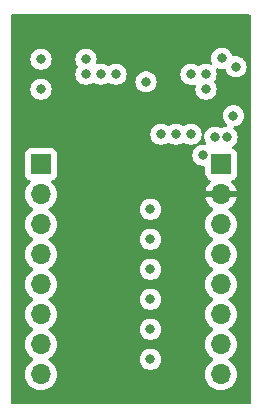
<source format=gbr>
%TF.GenerationSoftware,KiCad,Pcbnew,7.0.8*%
%TF.CreationDate,2023-10-11T21:25:33+02:00*%
%TF.ProjectId,test_sr,74657374-5f73-4722-9e6b-696361645f70,rev?*%
%TF.SameCoordinates,Original*%
%TF.FileFunction,Copper,L2,Inr*%
%TF.FilePolarity,Positive*%
%FSLAX46Y46*%
G04 Gerber Fmt 4.6, Leading zero omitted, Abs format (unit mm)*
G04 Created by KiCad (PCBNEW 7.0.8) date 2023-10-11 21:25:33*
%MOMM*%
%LPD*%
G01*
G04 APERTURE LIST*
%TA.AperFunction,ComponentPad*%
%ADD10R,1.700000X1.700000*%
%TD*%
%TA.AperFunction,ComponentPad*%
%ADD11O,1.700000X1.700000*%
%TD*%
%TA.AperFunction,ViaPad*%
%ADD12C,0.800000*%
%TD*%
G04 APERTURE END LIST*
D10*
%TO.N,/QA*%
%TO.C,J1*%
X45720000Y-55880000D03*
D11*
%TO.N,/QB*%
X45720000Y-58420000D03*
%TO.N,/QC*%
X45720000Y-60960000D03*
%TO.N,/QD*%
X45720000Y-63500000D03*
%TO.N,/QE*%
X45720000Y-66040000D03*
%TO.N,/QF*%
X45720000Y-68580000D03*
%TO.N,/QG*%
X45720000Y-71120000D03*
%TO.N,/QH*%
X45720000Y-73660000D03*
%TD*%
D10*
%TO.N,GND*%
%TO.C,J2*%
X60960000Y-55880000D03*
D11*
%TO.N,+3.3V*%
X60960000Y-58420000D03*
%TO.N,/SEROUT*%
X60960000Y-60960000D03*
%TO.N,/N_SR_CLR*%
X60960000Y-63500000D03*
%TO.N,/R_CLK*%
X60960000Y-66040000D03*
%TO.N,/SR_CLK*%
X60960000Y-68580000D03*
%TO.N,/N_OE*%
X60960000Y-71120000D03*
%TO.N,/SER*%
X60960000Y-73660000D03*
%TD*%
D12*
%TO.N,GND*%
X59436000Y-55118000D03*
X60452000Y-53594000D03*
X61468000Y-53594000D03*
%TO.N,+3.3V*%
X57112500Y-59690000D03*
X57949500Y-59690000D03*
X57949500Y-57150000D03*
X57112500Y-57150000D03*
X59436000Y-59690000D03*
X59436000Y-57150000D03*
X59436000Y-58420000D03*
X47244000Y-49530000D03*
X47244000Y-46990000D03*
%TO.N,/SEROUT*%
X61033149Y-46916850D03*
%TO.N,GND*%
X62230000Y-47625000D03*
X54990000Y-67310000D03*
X54990000Y-62230000D03*
X54990000Y-59690000D03*
X54990000Y-64770000D03*
X59690000Y-49530000D03*
X45720000Y-49530000D03*
X45720000Y-46990000D03*
X54990000Y-69850000D03*
X54990000Y-72390000D03*
%TO.N,+3.3V*%
X49530000Y-45720000D03*
%TO.N,/QA*%
X49530000Y-46990000D03*
%TO.N,/QB*%
X49530000Y-48260000D03*
%TO.N,/QC*%
X50800000Y-48260000D03*
%TO.N,/QD*%
X52070000Y-48260000D03*
%TO.N,/QE*%
X54610000Y-48895000D03*
%TO.N,/QF*%
X55880000Y-53340000D03*
%TO.N,/QG*%
X57150000Y-53340000D03*
%TO.N,/QH*%
X58420000Y-53340000D03*
%TO.N,/N_SR_CLR*%
X62020750Y-51771250D03*
%TO.N,/R_CLK*%
X59690000Y-48260000D03*
%TO.N,/N_OE*%
X58420000Y-48260000D03*
%TD*%
%TA.AperFunction,Conductor*%
%TO.N,+3.3V*%
G36*
X63442539Y-43200185D02*
G01*
X63488294Y-43252989D01*
X63499500Y-43304500D01*
X63499500Y-76075500D01*
X63479815Y-76142539D01*
X63427011Y-76188294D01*
X63375500Y-76199500D01*
X43304500Y-76199500D01*
X43237461Y-76179815D01*
X43191706Y-76127011D01*
X43180500Y-76075500D01*
X43180500Y-73660000D01*
X44364341Y-73660000D01*
X44384936Y-73895403D01*
X44384938Y-73895413D01*
X44446094Y-74123655D01*
X44446096Y-74123659D01*
X44446097Y-74123663D01*
X44545965Y-74337830D01*
X44545967Y-74337834D01*
X44654281Y-74492521D01*
X44681505Y-74531401D01*
X44848599Y-74698495D01*
X44945384Y-74766265D01*
X45042165Y-74834032D01*
X45042167Y-74834033D01*
X45042170Y-74834035D01*
X45256337Y-74933903D01*
X45484592Y-74995063D01*
X45672918Y-75011539D01*
X45719999Y-75015659D01*
X45720000Y-75015659D01*
X45720001Y-75015659D01*
X45759234Y-75012226D01*
X45955408Y-74995063D01*
X46183663Y-74933903D01*
X46397830Y-74834035D01*
X46591401Y-74698495D01*
X46758495Y-74531401D01*
X46894035Y-74337830D01*
X46993903Y-74123663D01*
X47055063Y-73895408D01*
X47075659Y-73660000D01*
X47055063Y-73424592D01*
X46993903Y-73196337D01*
X46894035Y-72982171D01*
X46852055Y-72922216D01*
X46758494Y-72788597D01*
X46591402Y-72621506D01*
X46591396Y-72621501D01*
X46405842Y-72491575D01*
X46362217Y-72436998D01*
X46357352Y-72390000D01*
X54084540Y-72390000D01*
X54104326Y-72578256D01*
X54104327Y-72578259D01*
X54162818Y-72758277D01*
X54162821Y-72758284D01*
X54257467Y-72922216D01*
X54311451Y-72982171D01*
X54384129Y-73062888D01*
X54537265Y-73174148D01*
X54537270Y-73174151D01*
X54710192Y-73251142D01*
X54710197Y-73251144D01*
X54895354Y-73290500D01*
X54895355Y-73290500D01*
X55084644Y-73290500D01*
X55084646Y-73290500D01*
X55269803Y-73251144D01*
X55442730Y-73174151D01*
X55595871Y-73062888D01*
X55722533Y-72922216D01*
X55817179Y-72758284D01*
X55875674Y-72578256D01*
X55895460Y-72390000D01*
X55875674Y-72201744D01*
X55817179Y-72021716D01*
X55722533Y-71857784D01*
X55595871Y-71717112D01*
X55595870Y-71717111D01*
X55442734Y-71605851D01*
X55442729Y-71605848D01*
X55269807Y-71528857D01*
X55269802Y-71528855D01*
X55124001Y-71497865D01*
X55084646Y-71489500D01*
X54895354Y-71489500D01*
X54862897Y-71496398D01*
X54710197Y-71528855D01*
X54710192Y-71528857D01*
X54537270Y-71605848D01*
X54537265Y-71605851D01*
X54384129Y-71717111D01*
X54257466Y-71857785D01*
X54162821Y-72021715D01*
X54162818Y-72021722D01*
X54104327Y-72201740D01*
X54104326Y-72201744D01*
X54084540Y-72390000D01*
X46357352Y-72390000D01*
X46355023Y-72367500D01*
X46386546Y-72305145D01*
X46405842Y-72288425D01*
X46529635Y-72201744D01*
X46591401Y-72158495D01*
X46758495Y-71991401D01*
X46894035Y-71797830D01*
X46993903Y-71583663D01*
X47055063Y-71355408D01*
X47075659Y-71120000D01*
X47055063Y-70884592D01*
X46993903Y-70656337D01*
X46894035Y-70442171D01*
X46852055Y-70382216D01*
X46758494Y-70248597D01*
X46591402Y-70081506D01*
X46591396Y-70081501D01*
X46405842Y-69951575D01*
X46362217Y-69896998D01*
X46357352Y-69850000D01*
X54084540Y-69850000D01*
X54104326Y-70038256D01*
X54104327Y-70038259D01*
X54162818Y-70218277D01*
X54162821Y-70218284D01*
X54257467Y-70382216D01*
X54311451Y-70442171D01*
X54384129Y-70522888D01*
X54537265Y-70634148D01*
X54537270Y-70634151D01*
X54710192Y-70711142D01*
X54710197Y-70711144D01*
X54895354Y-70750500D01*
X54895355Y-70750500D01*
X55084644Y-70750500D01*
X55084646Y-70750500D01*
X55269803Y-70711144D01*
X55442730Y-70634151D01*
X55595871Y-70522888D01*
X55722533Y-70382216D01*
X55817179Y-70218284D01*
X55875674Y-70038256D01*
X55895460Y-69850000D01*
X55875674Y-69661744D01*
X55817179Y-69481716D01*
X55722533Y-69317784D01*
X55595871Y-69177112D01*
X55595870Y-69177111D01*
X55442734Y-69065851D01*
X55442729Y-69065848D01*
X55269807Y-68988857D01*
X55269802Y-68988855D01*
X55124001Y-68957865D01*
X55084646Y-68949500D01*
X54895354Y-68949500D01*
X54862897Y-68956398D01*
X54710197Y-68988855D01*
X54710192Y-68988857D01*
X54537270Y-69065848D01*
X54537265Y-69065851D01*
X54384129Y-69177111D01*
X54257466Y-69317785D01*
X54162821Y-69481715D01*
X54162818Y-69481722D01*
X54104327Y-69661740D01*
X54104326Y-69661744D01*
X54084540Y-69850000D01*
X46357352Y-69850000D01*
X46355023Y-69827500D01*
X46386546Y-69765145D01*
X46405842Y-69748425D01*
X46529635Y-69661744D01*
X46591401Y-69618495D01*
X46758495Y-69451401D01*
X46894035Y-69257830D01*
X46993903Y-69043663D01*
X47055063Y-68815408D01*
X47075659Y-68580000D01*
X47055063Y-68344592D01*
X46993903Y-68116337D01*
X46894035Y-67902171D01*
X46852055Y-67842216D01*
X46758494Y-67708597D01*
X46591402Y-67541506D01*
X46591396Y-67541501D01*
X46405842Y-67411575D01*
X46362217Y-67356998D01*
X46357352Y-67310000D01*
X54084540Y-67310000D01*
X54104326Y-67498256D01*
X54104327Y-67498259D01*
X54162818Y-67678277D01*
X54162821Y-67678284D01*
X54257467Y-67842216D01*
X54311451Y-67902171D01*
X54384129Y-67982888D01*
X54537265Y-68094148D01*
X54537270Y-68094151D01*
X54710192Y-68171142D01*
X54710197Y-68171144D01*
X54895354Y-68210500D01*
X54895355Y-68210500D01*
X55084644Y-68210500D01*
X55084646Y-68210500D01*
X55269803Y-68171144D01*
X55442730Y-68094151D01*
X55595871Y-67982888D01*
X55722533Y-67842216D01*
X55817179Y-67678284D01*
X55875674Y-67498256D01*
X55895460Y-67310000D01*
X55875674Y-67121744D01*
X55817179Y-66941716D01*
X55722533Y-66777784D01*
X55595871Y-66637112D01*
X55595870Y-66637111D01*
X55442734Y-66525851D01*
X55442729Y-66525848D01*
X55269807Y-66448857D01*
X55269802Y-66448855D01*
X55124001Y-66417865D01*
X55084646Y-66409500D01*
X54895354Y-66409500D01*
X54862897Y-66416398D01*
X54710197Y-66448855D01*
X54710192Y-66448857D01*
X54537270Y-66525848D01*
X54537265Y-66525851D01*
X54384129Y-66637111D01*
X54257466Y-66777785D01*
X54162821Y-66941715D01*
X54162818Y-66941722D01*
X54104327Y-67121740D01*
X54104326Y-67121744D01*
X54084540Y-67310000D01*
X46357352Y-67310000D01*
X46355023Y-67287500D01*
X46386546Y-67225145D01*
X46405842Y-67208425D01*
X46529635Y-67121744D01*
X46591401Y-67078495D01*
X46758495Y-66911401D01*
X46894035Y-66717830D01*
X46993903Y-66503663D01*
X47055063Y-66275408D01*
X47075659Y-66040000D01*
X47055063Y-65804592D01*
X46993903Y-65576337D01*
X46894035Y-65362171D01*
X46852055Y-65302216D01*
X46758494Y-65168597D01*
X46591402Y-65001506D01*
X46591396Y-65001501D01*
X46405842Y-64871575D01*
X46362217Y-64816998D01*
X46357352Y-64770000D01*
X54084540Y-64770000D01*
X54104326Y-64958256D01*
X54104327Y-64958259D01*
X54162818Y-65138277D01*
X54162821Y-65138284D01*
X54257467Y-65302216D01*
X54311451Y-65362171D01*
X54384129Y-65442888D01*
X54537265Y-65554148D01*
X54537270Y-65554151D01*
X54710192Y-65631142D01*
X54710197Y-65631144D01*
X54895354Y-65670500D01*
X54895355Y-65670500D01*
X55084644Y-65670500D01*
X55084646Y-65670500D01*
X55269803Y-65631144D01*
X55442730Y-65554151D01*
X55595871Y-65442888D01*
X55722533Y-65302216D01*
X55817179Y-65138284D01*
X55875674Y-64958256D01*
X55895460Y-64770000D01*
X55875674Y-64581744D01*
X55817179Y-64401716D01*
X55722533Y-64237784D01*
X55595871Y-64097112D01*
X55595870Y-64097111D01*
X55442734Y-63985851D01*
X55442729Y-63985848D01*
X55269807Y-63908857D01*
X55269802Y-63908855D01*
X55124001Y-63877865D01*
X55084646Y-63869500D01*
X54895354Y-63869500D01*
X54862897Y-63876398D01*
X54710197Y-63908855D01*
X54710192Y-63908857D01*
X54537270Y-63985848D01*
X54537265Y-63985851D01*
X54384129Y-64097111D01*
X54257466Y-64237785D01*
X54162821Y-64401715D01*
X54162818Y-64401722D01*
X54104327Y-64581740D01*
X54104326Y-64581744D01*
X54084540Y-64770000D01*
X46357352Y-64770000D01*
X46355023Y-64747500D01*
X46386546Y-64685145D01*
X46405842Y-64668425D01*
X46529635Y-64581744D01*
X46591401Y-64538495D01*
X46758495Y-64371401D01*
X46894035Y-64177830D01*
X46993903Y-63963663D01*
X47055063Y-63735408D01*
X47075659Y-63500000D01*
X47055063Y-63264592D01*
X46993903Y-63036337D01*
X46894035Y-62822171D01*
X46852055Y-62762216D01*
X46758494Y-62628597D01*
X46591402Y-62461506D01*
X46591396Y-62461501D01*
X46405842Y-62331575D01*
X46362217Y-62276998D01*
X46357352Y-62230000D01*
X54084540Y-62230000D01*
X54104326Y-62418256D01*
X54104327Y-62418259D01*
X54162818Y-62598277D01*
X54162821Y-62598284D01*
X54257467Y-62762216D01*
X54311451Y-62822171D01*
X54384129Y-62902888D01*
X54537265Y-63014148D01*
X54537270Y-63014151D01*
X54710192Y-63091142D01*
X54710197Y-63091144D01*
X54895354Y-63130500D01*
X54895355Y-63130500D01*
X55084644Y-63130500D01*
X55084646Y-63130500D01*
X55269803Y-63091144D01*
X55442730Y-63014151D01*
X55595871Y-62902888D01*
X55722533Y-62762216D01*
X55817179Y-62598284D01*
X55875674Y-62418256D01*
X55895460Y-62230000D01*
X55875674Y-62041744D01*
X55817179Y-61861716D01*
X55722533Y-61697784D01*
X55595871Y-61557112D01*
X55595870Y-61557111D01*
X55442734Y-61445851D01*
X55442729Y-61445848D01*
X55269807Y-61368857D01*
X55269802Y-61368855D01*
X55124001Y-61337865D01*
X55084646Y-61329500D01*
X54895354Y-61329500D01*
X54862897Y-61336398D01*
X54710197Y-61368855D01*
X54710192Y-61368857D01*
X54537270Y-61445848D01*
X54537265Y-61445851D01*
X54384129Y-61557111D01*
X54257466Y-61697785D01*
X54162821Y-61861715D01*
X54162818Y-61861722D01*
X54104327Y-62041740D01*
X54104326Y-62041744D01*
X54084540Y-62230000D01*
X46357352Y-62230000D01*
X46355023Y-62207500D01*
X46386546Y-62145145D01*
X46405842Y-62128425D01*
X46529635Y-62041744D01*
X46591401Y-61998495D01*
X46758495Y-61831401D01*
X46894035Y-61637830D01*
X46993903Y-61423663D01*
X47055063Y-61195408D01*
X47075659Y-60960000D01*
X47055063Y-60724592D01*
X46993903Y-60496337D01*
X46894035Y-60282171D01*
X46852055Y-60222216D01*
X46758494Y-60088597D01*
X46591402Y-59921506D01*
X46591396Y-59921501D01*
X46405842Y-59791575D01*
X46362217Y-59736998D01*
X46357352Y-59690000D01*
X54084540Y-59690000D01*
X54104326Y-59878256D01*
X54104327Y-59878259D01*
X54162818Y-60058277D01*
X54162821Y-60058284D01*
X54257467Y-60222216D01*
X54311451Y-60282171D01*
X54384129Y-60362888D01*
X54537265Y-60474148D01*
X54537270Y-60474151D01*
X54710192Y-60551142D01*
X54710197Y-60551144D01*
X54895354Y-60590500D01*
X54895355Y-60590500D01*
X55084644Y-60590500D01*
X55084646Y-60590500D01*
X55269803Y-60551144D01*
X55442730Y-60474151D01*
X55595871Y-60362888D01*
X55722533Y-60222216D01*
X55817179Y-60058284D01*
X55875674Y-59878256D01*
X55895460Y-59690000D01*
X55875674Y-59501744D01*
X55817179Y-59321716D01*
X55722533Y-59157784D01*
X55595871Y-59017112D01*
X55595870Y-59017111D01*
X55442734Y-58905851D01*
X55442729Y-58905848D01*
X55269807Y-58828857D01*
X55269802Y-58828855D01*
X55124001Y-58797865D01*
X55084646Y-58789500D01*
X54895354Y-58789500D01*
X54862897Y-58796398D01*
X54710197Y-58828855D01*
X54710192Y-58828857D01*
X54537270Y-58905848D01*
X54537265Y-58905851D01*
X54384129Y-59017111D01*
X54257466Y-59157785D01*
X54162821Y-59321715D01*
X54162818Y-59321722D01*
X54104327Y-59501740D01*
X54104326Y-59501744D01*
X54084540Y-59690000D01*
X46357352Y-59690000D01*
X46355023Y-59667500D01*
X46386546Y-59605145D01*
X46405842Y-59588425D01*
X46529635Y-59501744D01*
X46591401Y-59458495D01*
X46758495Y-59291401D01*
X46894035Y-59097830D01*
X46993903Y-58883663D01*
X47055063Y-58655408D01*
X47075659Y-58420000D01*
X47055063Y-58184592D01*
X46993903Y-57956337D01*
X46894035Y-57742171D01*
X46758495Y-57548599D01*
X46636567Y-57426671D01*
X46603084Y-57365351D01*
X46608068Y-57295659D01*
X46649939Y-57239725D01*
X46680915Y-57222810D01*
X46812331Y-57173796D01*
X46927546Y-57087546D01*
X47013796Y-56972331D01*
X47064091Y-56837483D01*
X47070500Y-56777873D01*
X47070499Y-55118000D01*
X58530540Y-55118000D01*
X58550326Y-55306256D01*
X58550327Y-55306259D01*
X58608818Y-55486277D01*
X58608821Y-55486284D01*
X58703467Y-55650216D01*
X58830129Y-55790888D01*
X58983265Y-55902148D01*
X58983270Y-55902151D01*
X59156192Y-55979142D01*
X59156197Y-55979144D01*
X59341354Y-56018500D01*
X59341355Y-56018500D01*
X59485500Y-56018500D01*
X59552539Y-56038185D01*
X59598294Y-56090989D01*
X59609500Y-56142500D01*
X59609500Y-56777870D01*
X59609501Y-56777876D01*
X59615908Y-56837483D01*
X59666202Y-56972328D01*
X59666206Y-56972335D01*
X59752452Y-57087544D01*
X59752455Y-57087547D01*
X59867664Y-57173793D01*
X59867671Y-57173797D01*
X59867674Y-57173798D01*
X59999598Y-57223002D01*
X60055531Y-57264873D01*
X60079949Y-57330337D01*
X60065098Y-57398610D01*
X60043947Y-57426865D01*
X59921886Y-57548926D01*
X59786400Y-57742420D01*
X59786399Y-57742422D01*
X59686570Y-57956507D01*
X59686567Y-57956513D01*
X59629364Y-58169999D01*
X59629364Y-58170000D01*
X60526314Y-58170000D01*
X60500507Y-58210156D01*
X60460000Y-58348111D01*
X60460000Y-58491889D01*
X60500507Y-58629844D01*
X60526314Y-58670000D01*
X59629364Y-58670000D01*
X59686567Y-58883486D01*
X59686570Y-58883492D01*
X59786399Y-59097578D01*
X59921894Y-59291082D01*
X60088917Y-59458105D01*
X60274595Y-59588119D01*
X60318219Y-59642696D01*
X60325412Y-59712195D01*
X60293890Y-59774549D01*
X60274595Y-59791269D01*
X60088594Y-59921508D01*
X59921505Y-60088597D01*
X59785965Y-60282169D01*
X59785964Y-60282171D01*
X59686098Y-60496335D01*
X59686094Y-60496344D01*
X59624938Y-60724586D01*
X59624936Y-60724596D01*
X59604341Y-60959999D01*
X59604341Y-60960000D01*
X59624936Y-61195403D01*
X59624938Y-61195413D01*
X59686094Y-61423655D01*
X59686096Y-61423659D01*
X59686097Y-61423663D01*
X59785965Y-61637830D01*
X59785967Y-61637834D01*
X59921501Y-61831395D01*
X59921506Y-61831402D01*
X60088597Y-61998493D01*
X60088603Y-61998498D01*
X60274158Y-62128425D01*
X60317783Y-62183002D01*
X60324977Y-62252500D01*
X60293454Y-62314855D01*
X60274158Y-62331575D01*
X60088597Y-62461505D01*
X59921505Y-62628597D01*
X59785965Y-62822169D01*
X59785964Y-62822171D01*
X59686098Y-63036335D01*
X59686094Y-63036344D01*
X59624938Y-63264586D01*
X59624936Y-63264596D01*
X59604341Y-63499999D01*
X59604341Y-63500000D01*
X59624936Y-63735403D01*
X59624938Y-63735413D01*
X59686094Y-63963655D01*
X59686096Y-63963659D01*
X59686097Y-63963663D01*
X59785965Y-64177830D01*
X59785967Y-64177834D01*
X59921501Y-64371395D01*
X59921506Y-64371402D01*
X60088597Y-64538493D01*
X60088603Y-64538498D01*
X60274158Y-64668425D01*
X60317783Y-64723002D01*
X60324977Y-64792500D01*
X60293454Y-64854855D01*
X60274158Y-64871575D01*
X60088597Y-65001505D01*
X59921505Y-65168597D01*
X59785965Y-65362169D01*
X59785964Y-65362171D01*
X59686098Y-65576335D01*
X59686094Y-65576344D01*
X59624938Y-65804586D01*
X59624936Y-65804596D01*
X59604341Y-66039999D01*
X59604341Y-66040000D01*
X59624936Y-66275403D01*
X59624938Y-66275413D01*
X59686094Y-66503655D01*
X59686096Y-66503659D01*
X59686097Y-66503663D01*
X59785965Y-66717830D01*
X59785967Y-66717834D01*
X59921501Y-66911395D01*
X59921506Y-66911402D01*
X60088597Y-67078493D01*
X60088603Y-67078498D01*
X60274158Y-67208425D01*
X60317783Y-67263002D01*
X60324977Y-67332500D01*
X60293454Y-67394855D01*
X60274158Y-67411575D01*
X60088597Y-67541505D01*
X59921505Y-67708597D01*
X59785965Y-67902169D01*
X59785964Y-67902171D01*
X59686098Y-68116335D01*
X59686094Y-68116344D01*
X59624938Y-68344586D01*
X59624936Y-68344596D01*
X59604341Y-68579999D01*
X59604341Y-68580000D01*
X59624936Y-68815403D01*
X59624938Y-68815413D01*
X59686094Y-69043655D01*
X59686096Y-69043659D01*
X59686097Y-69043663D01*
X59785965Y-69257830D01*
X59785967Y-69257834D01*
X59921501Y-69451395D01*
X59921506Y-69451402D01*
X60088597Y-69618493D01*
X60088603Y-69618498D01*
X60274158Y-69748425D01*
X60317783Y-69803002D01*
X60324977Y-69872500D01*
X60293454Y-69934855D01*
X60274158Y-69951575D01*
X60088597Y-70081505D01*
X59921505Y-70248597D01*
X59785965Y-70442169D01*
X59785964Y-70442171D01*
X59686098Y-70656335D01*
X59686094Y-70656344D01*
X59624938Y-70884586D01*
X59624936Y-70884596D01*
X59604341Y-71119999D01*
X59604341Y-71120000D01*
X59624936Y-71355403D01*
X59624938Y-71355413D01*
X59686094Y-71583655D01*
X59686096Y-71583659D01*
X59686097Y-71583663D01*
X59785965Y-71797830D01*
X59785967Y-71797834D01*
X59921501Y-71991395D01*
X59921506Y-71991402D01*
X60088597Y-72158493D01*
X60088603Y-72158498D01*
X60274158Y-72288425D01*
X60317783Y-72343002D01*
X60324977Y-72412500D01*
X60293454Y-72474855D01*
X60274158Y-72491575D01*
X60088597Y-72621505D01*
X59921505Y-72788597D01*
X59785965Y-72982169D01*
X59785964Y-72982171D01*
X59686098Y-73196335D01*
X59686094Y-73196344D01*
X59624938Y-73424586D01*
X59624936Y-73424596D01*
X59604341Y-73659999D01*
X59604341Y-73660000D01*
X59624936Y-73895403D01*
X59624938Y-73895413D01*
X59686094Y-74123655D01*
X59686096Y-74123659D01*
X59686097Y-74123663D01*
X59785965Y-74337830D01*
X59785967Y-74337834D01*
X59894281Y-74492521D01*
X59921505Y-74531401D01*
X60088599Y-74698495D01*
X60185384Y-74766265D01*
X60282165Y-74834032D01*
X60282167Y-74834033D01*
X60282170Y-74834035D01*
X60496337Y-74933903D01*
X60724592Y-74995063D01*
X60912918Y-75011539D01*
X60959999Y-75015659D01*
X60960000Y-75015659D01*
X60960001Y-75015659D01*
X60999234Y-75012226D01*
X61195408Y-74995063D01*
X61423663Y-74933903D01*
X61637830Y-74834035D01*
X61831401Y-74698495D01*
X61998495Y-74531401D01*
X62134035Y-74337830D01*
X62233903Y-74123663D01*
X62295063Y-73895408D01*
X62315659Y-73660000D01*
X62295063Y-73424592D01*
X62233903Y-73196337D01*
X62134035Y-72982171D01*
X62092055Y-72922216D01*
X61998494Y-72788597D01*
X61831402Y-72621506D01*
X61831396Y-72621501D01*
X61645842Y-72491575D01*
X61602217Y-72436998D01*
X61595023Y-72367500D01*
X61626546Y-72305145D01*
X61645842Y-72288425D01*
X61769635Y-72201744D01*
X61831401Y-72158495D01*
X61998495Y-71991401D01*
X62134035Y-71797830D01*
X62233903Y-71583663D01*
X62295063Y-71355408D01*
X62315659Y-71120000D01*
X62295063Y-70884592D01*
X62233903Y-70656337D01*
X62134035Y-70442171D01*
X62092055Y-70382216D01*
X61998494Y-70248597D01*
X61831402Y-70081506D01*
X61831396Y-70081501D01*
X61645842Y-69951575D01*
X61602217Y-69896998D01*
X61595023Y-69827500D01*
X61626546Y-69765145D01*
X61645842Y-69748425D01*
X61769635Y-69661744D01*
X61831401Y-69618495D01*
X61998495Y-69451401D01*
X62134035Y-69257830D01*
X62233903Y-69043663D01*
X62295063Y-68815408D01*
X62315659Y-68580000D01*
X62295063Y-68344592D01*
X62233903Y-68116337D01*
X62134035Y-67902171D01*
X62092055Y-67842216D01*
X61998494Y-67708597D01*
X61831402Y-67541506D01*
X61831396Y-67541501D01*
X61645842Y-67411575D01*
X61602217Y-67356998D01*
X61595023Y-67287500D01*
X61626546Y-67225145D01*
X61645842Y-67208425D01*
X61769635Y-67121744D01*
X61831401Y-67078495D01*
X61998495Y-66911401D01*
X62134035Y-66717830D01*
X62233903Y-66503663D01*
X62295063Y-66275408D01*
X62315659Y-66040000D01*
X62295063Y-65804592D01*
X62233903Y-65576337D01*
X62134035Y-65362171D01*
X62092055Y-65302216D01*
X61998494Y-65168597D01*
X61831402Y-65001506D01*
X61831396Y-65001501D01*
X61645842Y-64871575D01*
X61602217Y-64816998D01*
X61595023Y-64747500D01*
X61626546Y-64685145D01*
X61645842Y-64668425D01*
X61769635Y-64581744D01*
X61831401Y-64538495D01*
X61998495Y-64371401D01*
X62134035Y-64177830D01*
X62233903Y-63963663D01*
X62295063Y-63735408D01*
X62315659Y-63500000D01*
X62295063Y-63264592D01*
X62233903Y-63036337D01*
X62134035Y-62822171D01*
X62092055Y-62762216D01*
X61998494Y-62628597D01*
X61831402Y-62461506D01*
X61831396Y-62461501D01*
X61645842Y-62331575D01*
X61602217Y-62276998D01*
X61595023Y-62207500D01*
X61626546Y-62145145D01*
X61645842Y-62128425D01*
X61769635Y-62041744D01*
X61831401Y-61998495D01*
X61998495Y-61831401D01*
X62134035Y-61637830D01*
X62233903Y-61423663D01*
X62295063Y-61195408D01*
X62315659Y-60960000D01*
X62295063Y-60724592D01*
X62233903Y-60496337D01*
X62134035Y-60282171D01*
X62092055Y-60222216D01*
X61998494Y-60088597D01*
X61831402Y-59921506D01*
X61831401Y-59921505D01*
X61645405Y-59791269D01*
X61601781Y-59736692D01*
X61594588Y-59667193D01*
X61626110Y-59604839D01*
X61645405Y-59588119D01*
X61831082Y-59458105D01*
X61998105Y-59291082D01*
X62133600Y-59097578D01*
X62233429Y-58883492D01*
X62233432Y-58883486D01*
X62290636Y-58670000D01*
X61393686Y-58670000D01*
X61419493Y-58629844D01*
X61460000Y-58491889D01*
X61460000Y-58348111D01*
X61419493Y-58210156D01*
X61393686Y-58170000D01*
X62290636Y-58170000D01*
X62290635Y-58169999D01*
X62233432Y-57956513D01*
X62233429Y-57956507D01*
X62133600Y-57742422D01*
X62133599Y-57742420D01*
X61998113Y-57548926D01*
X61998108Y-57548920D01*
X61876053Y-57426865D01*
X61842568Y-57365542D01*
X61847552Y-57295850D01*
X61889424Y-57239917D01*
X61920400Y-57223002D01*
X62052331Y-57173796D01*
X62167546Y-57087546D01*
X62253796Y-56972331D01*
X62304091Y-56837483D01*
X62310500Y-56777873D01*
X62310499Y-54982128D01*
X62304091Y-54922517D01*
X62253796Y-54787669D01*
X62253795Y-54787668D01*
X62253793Y-54787664D01*
X62167547Y-54672455D01*
X62167544Y-54672452D01*
X62052335Y-54586206D01*
X62052329Y-54586203D01*
X61992581Y-54563918D01*
X61936648Y-54522046D01*
X61912231Y-54456582D01*
X61927083Y-54388309D01*
X61963029Y-54347419D01*
X62073871Y-54266888D01*
X62200533Y-54126216D01*
X62295179Y-53962284D01*
X62353674Y-53782256D01*
X62373460Y-53594000D01*
X62353674Y-53405744D01*
X62295179Y-53225716D01*
X62200533Y-53061784D01*
X62073871Y-52921112D01*
X62039401Y-52896068D01*
X61996735Y-52840738D01*
X61990756Y-52771125D01*
X62023362Y-52709330D01*
X62084200Y-52674973D01*
X62112286Y-52671750D01*
X62115394Y-52671750D01*
X62115396Y-52671750D01*
X62300553Y-52632394D01*
X62473480Y-52555401D01*
X62626621Y-52444138D01*
X62753283Y-52303466D01*
X62847929Y-52139534D01*
X62906424Y-51959506D01*
X62926210Y-51771250D01*
X62906424Y-51582994D01*
X62847929Y-51402966D01*
X62753283Y-51239034D01*
X62626621Y-51098362D01*
X62626620Y-51098361D01*
X62473484Y-50987101D01*
X62473479Y-50987098D01*
X62300557Y-50910107D01*
X62300552Y-50910105D01*
X62154751Y-50879115D01*
X62115396Y-50870750D01*
X61926104Y-50870750D01*
X61893647Y-50877648D01*
X61740947Y-50910105D01*
X61740942Y-50910107D01*
X61568020Y-50987098D01*
X61568015Y-50987101D01*
X61414879Y-51098361D01*
X61288216Y-51239035D01*
X61193571Y-51402965D01*
X61193568Y-51402972D01*
X61135077Y-51582990D01*
X61135076Y-51582994D01*
X61115290Y-51771250D01*
X61135076Y-51959506D01*
X61135077Y-51959509D01*
X61193568Y-52139527D01*
X61193571Y-52139534D01*
X61288217Y-52303466D01*
X61410703Y-52439500D01*
X61414879Y-52444138D01*
X61449349Y-52469182D01*
X61492015Y-52524512D01*
X61497994Y-52594125D01*
X61465388Y-52655920D01*
X61404550Y-52690277D01*
X61376464Y-52693500D01*
X61373354Y-52693500D01*
X61345305Y-52699462D01*
X61188197Y-52732855D01*
X61188192Y-52732857D01*
X61010436Y-52812001D01*
X60941186Y-52821286D01*
X60909564Y-52812001D01*
X60731807Y-52732857D01*
X60731802Y-52732855D01*
X60574695Y-52699462D01*
X60546646Y-52693500D01*
X60357354Y-52693500D01*
X60329305Y-52699462D01*
X60172197Y-52732855D01*
X60172192Y-52732857D01*
X59999270Y-52809848D01*
X59999265Y-52809851D01*
X59846129Y-52921111D01*
X59719466Y-53061785D01*
X59624821Y-53225715D01*
X59624819Y-53225719D01*
X59564648Y-53410906D01*
X59525210Y-53468581D01*
X59508010Y-53475849D01*
X59531469Y-53497379D01*
X59549231Y-53564953D01*
X59548603Y-53574368D01*
X59546540Y-53594000D01*
X59566326Y-53782256D01*
X59566327Y-53782259D01*
X59624818Y-53962277D01*
X59624820Y-53962282D01*
X59666702Y-54034825D01*
X59683173Y-54102726D01*
X59660321Y-54168752D01*
X59605399Y-54211942D01*
X59535845Y-54218583D01*
X59533609Y-54218129D01*
X59530646Y-54217500D01*
X59341354Y-54217500D01*
X59291375Y-54228123D01*
X59156199Y-54256855D01*
X59030142Y-54312980D01*
X58978142Y-54319951D01*
X58956601Y-54352780D01*
X58949179Y-54358617D01*
X58830127Y-54445113D01*
X58703466Y-54585785D01*
X58608821Y-54749715D01*
X58608818Y-54749722D01*
X58552674Y-54922517D01*
X58550326Y-54929744D01*
X58530540Y-55118000D01*
X47070499Y-55118000D01*
X47070499Y-54982128D01*
X47064091Y-54922517D01*
X47013796Y-54787669D01*
X47013795Y-54787668D01*
X47013793Y-54787664D01*
X46927547Y-54672455D01*
X46927544Y-54672452D01*
X46812335Y-54586206D01*
X46812328Y-54586202D01*
X46677482Y-54535908D01*
X46677483Y-54535908D01*
X46617883Y-54529501D01*
X46617881Y-54529500D01*
X46617873Y-54529500D01*
X46617864Y-54529500D01*
X44822129Y-54529500D01*
X44822123Y-54529501D01*
X44762516Y-54535908D01*
X44627671Y-54586202D01*
X44627664Y-54586206D01*
X44512455Y-54672452D01*
X44512452Y-54672455D01*
X44426206Y-54787664D01*
X44426202Y-54787671D01*
X44375908Y-54922517D01*
X44369501Y-54982116D01*
X44369501Y-54982123D01*
X44369500Y-54982135D01*
X44369500Y-56777870D01*
X44369501Y-56777876D01*
X44375908Y-56837483D01*
X44426202Y-56972328D01*
X44426206Y-56972335D01*
X44512452Y-57087544D01*
X44512455Y-57087547D01*
X44627664Y-57173793D01*
X44627671Y-57173797D01*
X44759081Y-57222810D01*
X44815015Y-57264681D01*
X44839432Y-57330145D01*
X44824580Y-57398418D01*
X44803430Y-57426673D01*
X44681503Y-57548600D01*
X44545965Y-57742169D01*
X44545964Y-57742171D01*
X44446098Y-57956335D01*
X44446094Y-57956344D01*
X44384938Y-58184586D01*
X44384936Y-58184596D01*
X44364341Y-58419999D01*
X44364341Y-58420000D01*
X44384936Y-58655403D01*
X44384938Y-58655413D01*
X44446094Y-58883655D01*
X44446096Y-58883659D01*
X44446097Y-58883663D01*
X44545847Y-59097578D01*
X44545965Y-59097830D01*
X44545967Y-59097834D01*
X44681501Y-59291395D01*
X44681506Y-59291402D01*
X44848597Y-59458493D01*
X44848603Y-59458498D01*
X45034158Y-59588425D01*
X45077783Y-59643002D01*
X45084977Y-59712500D01*
X45053454Y-59774855D01*
X45034158Y-59791575D01*
X44848597Y-59921505D01*
X44681505Y-60088597D01*
X44545965Y-60282169D01*
X44545964Y-60282171D01*
X44446098Y-60496335D01*
X44446094Y-60496344D01*
X44384938Y-60724586D01*
X44384936Y-60724596D01*
X44364341Y-60959999D01*
X44364341Y-60960000D01*
X44384936Y-61195403D01*
X44384938Y-61195413D01*
X44446094Y-61423655D01*
X44446096Y-61423659D01*
X44446097Y-61423663D01*
X44545965Y-61637830D01*
X44545967Y-61637834D01*
X44681501Y-61831395D01*
X44681506Y-61831402D01*
X44848597Y-61998493D01*
X44848603Y-61998498D01*
X45034158Y-62128425D01*
X45077783Y-62183002D01*
X45084977Y-62252500D01*
X45053454Y-62314855D01*
X45034158Y-62331575D01*
X44848597Y-62461505D01*
X44681505Y-62628597D01*
X44545965Y-62822169D01*
X44545964Y-62822171D01*
X44446098Y-63036335D01*
X44446094Y-63036344D01*
X44384938Y-63264586D01*
X44384936Y-63264596D01*
X44364341Y-63499999D01*
X44364341Y-63500000D01*
X44384936Y-63735403D01*
X44384938Y-63735413D01*
X44446094Y-63963655D01*
X44446096Y-63963659D01*
X44446097Y-63963663D01*
X44545965Y-64177830D01*
X44545967Y-64177834D01*
X44681501Y-64371395D01*
X44681506Y-64371402D01*
X44848597Y-64538493D01*
X44848603Y-64538498D01*
X45034158Y-64668425D01*
X45077783Y-64723002D01*
X45084977Y-64792500D01*
X45053454Y-64854855D01*
X45034158Y-64871575D01*
X44848597Y-65001505D01*
X44681505Y-65168597D01*
X44545965Y-65362169D01*
X44545964Y-65362171D01*
X44446098Y-65576335D01*
X44446094Y-65576344D01*
X44384938Y-65804586D01*
X44384936Y-65804596D01*
X44364341Y-66039999D01*
X44364341Y-66040000D01*
X44384936Y-66275403D01*
X44384938Y-66275413D01*
X44446094Y-66503655D01*
X44446096Y-66503659D01*
X44446097Y-66503663D01*
X44545965Y-66717830D01*
X44545967Y-66717834D01*
X44681501Y-66911395D01*
X44681506Y-66911402D01*
X44848597Y-67078493D01*
X44848603Y-67078498D01*
X45034158Y-67208425D01*
X45077783Y-67263002D01*
X45084977Y-67332500D01*
X45053454Y-67394855D01*
X45034158Y-67411575D01*
X44848597Y-67541505D01*
X44681505Y-67708597D01*
X44545965Y-67902169D01*
X44545964Y-67902171D01*
X44446098Y-68116335D01*
X44446094Y-68116344D01*
X44384938Y-68344586D01*
X44384936Y-68344596D01*
X44364341Y-68579999D01*
X44364341Y-68580000D01*
X44384936Y-68815403D01*
X44384938Y-68815413D01*
X44446094Y-69043655D01*
X44446096Y-69043659D01*
X44446097Y-69043663D01*
X44545965Y-69257830D01*
X44545967Y-69257834D01*
X44681501Y-69451395D01*
X44681506Y-69451402D01*
X44848597Y-69618493D01*
X44848603Y-69618498D01*
X45034158Y-69748425D01*
X45077783Y-69803002D01*
X45084977Y-69872500D01*
X45053454Y-69934855D01*
X45034158Y-69951575D01*
X44848597Y-70081505D01*
X44681505Y-70248597D01*
X44545965Y-70442169D01*
X44545964Y-70442171D01*
X44446098Y-70656335D01*
X44446094Y-70656344D01*
X44384938Y-70884586D01*
X44384936Y-70884596D01*
X44364341Y-71119999D01*
X44364341Y-71120000D01*
X44384936Y-71355403D01*
X44384938Y-71355413D01*
X44446094Y-71583655D01*
X44446096Y-71583659D01*
X44446097Y-71583663D01*
X44545965Y-71797830D01*
X44545967Y-71797834D01*
X44681501Y-71991395D01*
X44681506Y-71991402D01*
X44848597Y-72158493D01*
X44848603Y-72158498D01*
X45034158Y-72288425D01*
X45077783Y-72343002D01*
X45084977Y-72412500D01*
X45053454Y-72474855D01*
X45034158Y-72491575D01*
X44848597Y-72621505D01*
X44681505Y-72788597D01*
X44545965Y-72982169D01*
X44545964Y-72982171D01*
X44446098Y-73196335D01*
X44446094Y-73196344D01*
X44384938Y-73424586D01*
X44384936Y-73424596D01*
X44364341Y-73659999D01*
X44364341Y-73660000D01*
X43180500Y-73660000D01*
X43180500Y-53340000D01*
X54974540Y-53340000D01*
X54994326Y-53528256D01*
X54994327Y-53528259D01*
X55052818Y-53708277D01*
X55052821Y-53708284D01*
X55147467Y-53872216D01*
X55228559Y-53962277D01*
X55274129Y-54012888D01*
X55427265Y-54124148D01*
X55427270Y-54124151D01*
X55600192Y-54201142D01*
X55600197Y-54201144D01*
X55785354Y-54240500D01*
X55785355Y-54240500D01*
X55974644Y-54240500D01*
X55974646Y-54240500D01*
X56159803Y-54201144D01*
X56332730Y-54124151D01*
X56442117Y-54044676D01*
X56507920Y-54021198D01*
X56575974Y-54037023D01*
X56587871Y-54044668D01*
X56663177Y-54099381D01*
X56697270Y-54124151D01*
X56870192Y-54201142D01*
X56870197Y-54201144D01*
X57055354Y-54240500D01*
X57055355Y-54240500D01*
X57244644Y-54240500D01*
X57244646Y-54240500D01*
X57429803Y-54201144D01*
X57602730Y-54124151D01*
X57712117Y-54044676D01*
X57777920Y-54021198D01*
X57845974Y-54037023D01*
X57857871Y-54044668D01*
X57933177Y-54099381D01*
X57967270Y-54124151D01*
X58140192Y-54201142D01*
X58140197Y-54201144D01*
X58325354Y-54240500D01*
X58325355Y-54240500D01*
X58514644Y-54240500D01*
X58514646Y-54240500D01*
X58699803Y-54201144D01*
X58825858Y-54145019D01*
X58877856Y-54138046D01*
X58899399Y-54105218D01*
X58906795Y-54099401D01*
X59025871Y-54012888D01*
X59152533Y-53872216D01*
X59247179Y-53708284D01*
X59305674Y-53528256D01*
X59305674Y-53528254D01*
X59307351Y-53523094D01*
X59346788Y-53465419D01*
X59363987Y-53458150D01*
X59340529Y-53436620D01*
X59322768Y-53369045D01*
X59323395Y-53359641D01*
X59325460Y-53340000D01*
X59305674Y-53151744D01*
X59247179Y-52971716D01*
X59152533Y-52807784D01*
X59025871Y-52667112D01*
X59014432Y-52658801D01*
X58872734Y-52555851D01*
X58872729Y-52555848D01*
X58699807Y-52478857D01*
X58699802Y-52478855D01*
X58536466Y-52444138D01*
X58514646Y-52439500D01*
X58325354Y-52439500D01*
X58303534Y-52444138D01*
X58140197Y-52478855D01*
X58140192Y-52478857D01*
X57967270Y-52555848D01*
X57967265Y-52555851D01*
X57857885Y-52635321D01*
X57792079Y-52658801D01*
X57724025Y-52642975D01*
X57712115Y-52635321D01*
X57602734Y-52555851D01*
X57602729Y-52555848D01*
X57429807Y-52478857D01*
X57429802Y-52478855D01*
X57266466Y-52444138D01*
X57244646Y-52439500D01*
X57055354Y-52439500D01*
X57033534Y-52444138D01*
X56870197Y-52478855D01*
X56870192Y-52478857D01*
X56697270Y-52555848D01*
X56697265Y-52555851D01*
X56587885Y-52635321D01*
X56522079Y-52658801D01*
X56454025Y-52642975D01*
X56442115Y-52635321D01*
X56332734Y-52555851D01*
X56332729Y-52555848D01*
X56159807Y-52478857D01*
X56159802Y-52478855D01*
X55996466Y-52444138D01*
X55974646Y-52439500D01*
X55785354Y-52439500D01*
X55763534Y-52444138D01*
X55600197Y-52478855D01*
X55600192Y-52478857D01*
X55427270Y-52555848D01*
X55427265Y-52555851D01*
X55274129Y-52667111D01*
X55147466Y-52807785D01*
X55052821Y-52971715D01*
X55052818Y-52971722D01*
X54994327Y-53151740D01*
X54994326Y-53151744D01*
X54974540Y-53340000D01*
X43180500Y-53340000D01*
X43180500Y-49530000D01*
X44814540Y-49530000D01*
X44834326Y-49718256D01*
X44834327Y-49718259D01*
X44892818Y-49898277D01*
X44892821Y-49898284D01*
X44987467Y-50062216D01*
X45114129Y-50202888D01*
X45267265Y-50314148D01*
X45267270Y-50314151D01*
X45440192Y-50391142D01*
X45440197Y-50391144D01*
X45625354Y-50430500D01*
X45625355Y-50430500D01*
X45814644Y-50430500D01*
X45814646Y-50430500D01*
X45999803Y-50391144D01*
X46172730Y-50314151D01*
X46325871Y-50202888D01*
X46452533Y-50062216D01*
X46547179Y-49898284D01*
X46605674Y-49718256D01*
X46625460Y-49530000D01*
X46605674Y-49341744D01*
X46547179Y-49161716D01*
X46452533Y-48997784D01*
X46325871Y-48857112D01*
X46325870Y-48857111D01*
X46172734Y-48745851D01*
X46172729Y-48745848D01*
X45999807Y-48668857D01*
X45999802Y-48668855D01*
X45854001Y-48637865D01*
X45814646Y-48629500D01*
X45625354Y-48629500D01*
X45592897Y-48636398D01*
X45440197Y-48668855D01*
X45440192Y-48668857D01*
X45267270Y-48745848D01*
X45267265Y-48745851D01*
X45114129Y-48857111D01*
X44987466Y-48997785D01*
X44892821Y-49161715D01*
X44892818Y-49161722D01*
X44834327Y-49341740D01*
X44834326Y-49341744D01*
X44814540Y-49530000D01*
X43180500Y-49530000D01*
X43180500Y-48260000D01*
X48624540Y-48260000D01*
X48644326Y-48448256D01*
X48644327Y-48448259D01*
X48702818Y-48628277D01*
X48702821Y-48628284D01*
X48797467Y-48792216D01*
X48924129Y-48932888D01*
X49077265Y-49044148D01*
X49077270Y-49044151D01*
X49250192Y-49121142D01*
X49250197Y-49121144D01*
X49435354Y-49160500D01*
X49435355Y-49160500D01*
X49624644Y-49160500D01*
X49624646Y-49160500D01*
X49809803Y-49121144D01*
X49982730Y-49044151D01*
X50092117Y-48964676D01*
X50157920Y-48941198D01*
X50225974Y-48957023D01*
X50237871Y-48964668D01*
X50347266Y-49044148D01*
X50347270Y-49044151D01*
X50520192Y-49121142D01*
X50520197Y-49121144D01*
X50705354Y-49160500D01*
X50705355Y-49160500D01*
X50894644Y-49160500D01*
X50894646Y-49160500D01*
X51079803Y-49121144D01*
X51252730Y-49044151D01*
X51362117Y-48964676D01*
X51427920Y-48941198D01*
X51495974Y-48957023D01*
X51507871Y-48964668D01*
X51617266Y-49044148D01*
X51617270Y-49044151D01*
X51790192Y-49121142D01*
X51790197Y-49121144D01*
X51975354Y-49160500D01*
X51975355Y-49160500D01*
X52164644Y-49160500D01*
X52164646Y-49160500D01*
X52349803Y-49121144D01*
X52522730Y-49044151D01*
X52675871Y-48932888D01*
X52709986Y-48895000D01*
X53704540Y-48895000D01*
X53724326Y-49083256D01*
X53724327Y-49083259D01*
X53782818Y-49263277D01*
X53782821Y-49263284D01*
X53877467Y-49427216D01*
X54004129Y-49567888D01*
X54157265Y-49679148D01*
X54157270Y-49679151D01*
X54330192Y-49756142D01*
X54330197Y-49756144D01*
X54515354Y-49795500D01*
X54515355Y-49795500D01*
X54704644Y-49795500D01*
X54704646Y-49795500D01*
X54889803Y-49756144D01*
X55062730Y-49679151D01*
X55215871Y-49567888D01*
X55342533Y-49427216D01*
X55437179Y-49263284D01*
X55495674Y-49083256D01*
X55515460Y-48895000D01*
X55495674Y-48706744D01*
X55437179Y-48526716D01*
X55342533Y-48362784D01*
X55249986Y-48260000D01*
X57514540Y-48260000D01*
X57534326Y-48448256D01*
X57534327Y-48448259D01*
X57592818Y-48628277D01*
X57592821Y-48628284D01*
X57687467Y-48792216D01*
X57814129Y-48932888D01*
X57967265Y-49044148D01*
X57967270Y-49044151D01*
X58140192Y-49121142D01*
X58140197Y-49121144D01*
X58325354Y-49160500D01*
X58325355Y-49160500D01*
X58514644Y-49160500D01*
X58514646Y-49160500D01*
X58678994Y-49125567D01*
X58748661Y-49130883D01*
X58804395Y-49173020D01*
X58828500Y-49238600D01*
X58822706Y-49285174D01*
X58804327Y-49341739D01*
X58804327Y-49341740D01*
X58804326Y-49341744D01*
X58784540Y-49530000D01*
X58804326Y-49718256D01*
X58804327Y-49718259D01*
X58862818Y-49898277D01*
X58862821Y-49898284D01*
X58957467Y-50062216D01*
X59084129Y-50202888D01*
X59237265Y-50314148D01*
X59237270Y-50314151D01*
X59410192Y-50391142D01*
X59410197Y-50391144D01*
X59595354Y-50430500D01*
X59595355Y-50430500D01*
X59784644Y-50430500D01*
X59784646Y-50430500D01*
X59969803Y-50391144D01*
X60142730Y-50314151D01*
X60295871Y-50202888D01*
X60422533Y-50062216D01*
X60517179Y-49898284D01*
X60575674Y-49718256D01*
X60595460Y-49530000D01*
X60575674Y-49341744D01*
X60517179Y-49161716D01*
X60422533Y-48997784D01*
X60404693Y-48977971D01*
X60374464Y-48914981D01*
X60383089Y-48845646D01*
X60404694Y-48812028D01*
X60422533Y-48792216D01*
X60517179Y-48628284D01*
X60575674Y-48448256D01*
X60595460Y-48260000D01*
X60575674Y-48071744D01*
X60520100Y-47900705D01*
X60518105Y-47830864D01*
X60554185Y-47771031D01*
X60616886Y-47740203D01*
X60686300Y-47748168D01*
X60688467Y-47749108D01*
X60753341Y-47777992D01*
X60753346Y-47777994D01*
X60938503Y-47817350D01*
X60938504Y-47817350D01*
X61127793Y-47817350D01*
X61127795Y-47817350D01*
X61222372Y-47797247D01*
X61292038Y-47802563D01*
X61347772Y-47844700D01*
X61366083Y-47880218D01*
X61402819Y-47993280D01*
X61402821Y-47993284D01*
X61497467Y-48157216D01*
X61624129Y-48297888D01*
X61777265Y-48409148D01*
X61777270Y-48409151D01*
X61950192Y-48486142D01*
X61950197Y-48486144D01*
X62135354Y-48525500D01*
X62135355Y-48525500D01*
X62324644Y-48525500D01*
X62324646Y-48525500D01*
X62509803Y-48486144D01*
X62682730Y-48409151D01*
X62835871Y-48297888D01*
X62962533Y-48157216D01*
X63057179Y-47993284D01*
X63115674Y-47813256D01*
X63135460Y-47625000D01*
X63115674Y-47436744D01*
X63057179Y-47256716D01*
X62962533Y-47092784D01*
X62835871Y-46952112D01*
X62787337Y-46916850D01*
X62682734Y-46840851D01*
X62682729Y-46840848D01*
X62509807Y-46763857D01*
X62509802Y-46763855D01*
X62364001Y-46732865D01*
X62324646Y-46724500D01*
X62135354Y-46724500D01*
X62040776Y-46744603D01*
X61971109Y-46739286D01*
X61915375Y-46697148D01*
X61897065Y-46661630D01*
X61860330Y-46548571D01*
X61860327Y-46548565D01*
X61765682Y-46384634D01*
X61639020Y-46243962D01*
X61639019Y-46243961D01*
X61485883Y-46132701D01*
X61485878Y-46132698D01*
X61312956Y-46055707D01*
X61312951Y-46055705D01*
X61167150Y-46024715D01*
X61127795Y-46016350D01*
X60938503Y-46016350D01*
X60906046Y-46023248D01*
X60753346Y-46055705D01*
X60753341Y-46055707D01*
X60580419Y-46132698D01*
X60580414Y-46132701D01*
X60427278Y-46243961D01*
X60300615Y-46384635D01*
X60205970Y-46548565D01*
X60205967Y-46548572D01*
X60157692Y-46697148D01*
X60147475Y-46728594D01*
X60127689Y-46916850D01*
X60147475Y-47105106D01*
X60147476Y-47105109D01*
X60203048Y-47276144D01*
X60205043Y-47345985D01*
X60168962Y-47405818D01*
X60106261Y-47436646D01*
X60036847Y-47428681D01*
X60034681Y-47427742D01*
X59969803Y-47398856D01*
X59969801Y-47398855D01*
X59969800Y-47398855D01*
X59853102Y-47374050D01*
X59784646Y-47359500D01*
X59595354Y-47359500D01*
X59562897Y-47366398D01*
X59410197Y-47398855D01*
X59410192Y-47398857D01*
X59237270Y-47475848D01*
X59237265Y-47475851D01*
X59127885Y-47555321D01*
X59062079Y-47578801D01*
X58994025Y-47562975D01*
X58982115Y-47555321D01*
X58872734Y-47475851D01*
X58872729Y-47475848D01*
X58699807Y-47398857D01*
X58699802Y-47398855D01*
X58554001Y-47367865D01*
X58514646Y-47359500D01*
X58325354Y-47359500D01*
X58292897Y-47366398D01*
X58140197Y-47398855D01*
X58140192Y-47398857D01*
X57967270Y-47475848D01*
X57967265Y-47475851D01*
X57814129Y-47587111D01*
X57687466Y-47727785D01*
X57592821Y-47891715D01*
X57592818Y-47891722D01*
X57546636Y-48033857D01*
X57534326Y-48071744D01*
X57514540Y-48260000D01*
X55249986Y-48260000D01*
X55215871Y-48222112D01*
X55215870Y-48222111D01*
X55062734Y-48110851D01*
X55062729Y-48110848D01*
X54889807Y-48033857D01*
X54889802Y-48033855D01*
X54744001Y-48002865D01*
X54704646Y-47994500D01*
X54515354Y-47994500D01*
X54482897Y-48001398D01*
X54330197Y-48033855D01*
X54330192Y-48033857D01*
X54157270Y-48110848D01*
X54157265Y-48110851D01*
X54004129Y-48222111D01*
X53877466Y-48362785D01*
X53782821Y-48526715D01*
X53782818Y-48526722D01*
X53736636Y-48668857D01*
X53724326Y-48706744D01*
X53704540Y-48895000D01*
X52709986Y-48895000D01*
X52802533Y-48792216D01*
X52897179Y-48628284D01*
X52955674Y-48448256D01*
X52975460Y-48260000D01*
X52955674Y-48071744D01*
X52897179Y-47891716D01*
X52802533Y-47727784D01*
X52675871Y-47587112D01*
X52664432Y-47578801D01*
X52522734Y-47475851D01*
X52522729Y-47475848D01*
X52349807Y-47398857D01*
X52349802Y-47398855D01*
X52204001Y-47367865D01*
X52164646Y-47359500D01*
X51975354Y-47359500D01*
X51942897Y-47366398D01*
X51790197Y-47398855D01*
X51790192Y-47398857D01*
X51617270Y-47475848D01*
X51617265Y-47475851D01*
X51507885Y-47555321D01*
X51442079Y-47578801D01*
X51374025Y-47562975D01*
X51362115Y-47555321D01*
X51252734Y-47475851D01*
X51252729Y-47475848D01*
X51079807Y-47398857D01*
X51079802Y-47398855D01*
X50934001Y-47367865D01*
X50894646Y-47359500D01*
X50705354Y-47359500D01*
X50591148Y-47383774D01*
X50541004Y-47394433D01*
X50471337Y-47389116D01*
X50415604Y-47346978D01*
X50391499Y-47281398D01*
X50397294Y-47234822D01*
X50415674Y-47178256D01*
X50435460Y-46990000D01*
X50415674Y-46801744D01*
X50357179Y-46621716D01*
X50262533Y-46457784D01*
X50135871Y-46317112D01*
X50135870Y-46317111D01*
X49982734Y-46205851D01*
X49982729Y-46205848D01*
X49809807Y-46128857D01*
X49809802Y-46128855D01*
X49664001Y-46097865D01*
X49624646Y-46089500D01*
X49435354Y-46089500D01*
X49402897Y-46096398D01*
X49250197Y-46128855D01*
X49250192Y-46128857D01*
X49077270Y-46205848D01*
X49077265Y-46205851D01*
X48924129Y-46317111D01*
X48797466Y-46457785D01*
X48702821Y-46621715D01*
X48702818Y-46621722D01*
X48656636Y-46763857D01*
X48644326Y-46801744D01*
X48624540Y-46990000D01*
X48644326Y-47178256D01*
X48644327Y-47178259D01*
X48702818Y-47358277D01*
X48702821Y-47358284D01*
X48797467Y-47522216D01*
X48807806Y-47533699D01*
X48815307Y-47542030D01*
X48845535Y-47605022D01*
X48836909Y-47674357D01*
X48815307Y-47707970D01*
X48797466Y-47727785D01*
X48702821Y-47891715D01*
X48702818Y-47891722D01*
X48656636Y-48033857D01*
X48644326Y-48071744D01*
X48624540Y-48260000D01*
X43180500Y-48260000D01*
X43180500Y-46990000D01*
X44814540Y-46990000D01*
X44834326Y-47178256D01*
X44834327Y-47178259D01*
X44892818Y-47358277D01*
X44892821Y-47358284D01*
X44987467Y-47522216D01*
X45114129Y-47662888D01*
X45267265Y-47774148D01*
X45267270Y-47774151D01*
X45440192Y-47851142D01*
X45440197Y-47851144D01*
X45625354Y-47890500D01*
X45625355Y-47890500D01*
X45814644Y-47890500D01*
X45814646Y-47890500D01*
X45999803Y-47851144D01*
X46172730Y-47774151D01*
X46325871Y-47662888D01*
X46452533Y-47522216D01*
X46547179Y-47358284D01*
X46605674Y-47178256D01*
X46625460Y-46990000D01*
X46605674Y-46801744D01*
X46547179Y-46621716D01*
X46452533Y-46457784D01*
X46325871Y-46317112D01*
X46325870Y-46317111D01*
X46172734Y-46205851D01*
X46172729Y-46205848D01*
X45999807Y-46128857D01*
X45999802Y-46128855D01*
X45854001Y-46097865D01*
X45814646Y-46089500D01*
X45625354Y-46089500D01*
X45592897Y-46096398D01*
X45440197Y-46128855D01*
X45440192Y-46128857D01*
X45267270Y-46205848D01*
X45267265Y-46205851D01*
X45114129Y-46317111D01*
X44987466Y-46457785D01*
X44892821Y-46621715D01*
X44892818Y-46621722D01*
X44846636Y-46763857D01*
X44834326Y-46801744D01*
X44814540Y-46990000D01*
X43180500Y-46990000D01*
X43180500Y-43304500D01*
X43200185Y-43237461D01*
X43252989Y-43191706D01*
X43304500Y-43180500D01*
X63375500Y-43180500D01*
X63442539Y-43200185D01*
G37*
%TD.AperFunction*%
%TD*%
M02*

</source>
